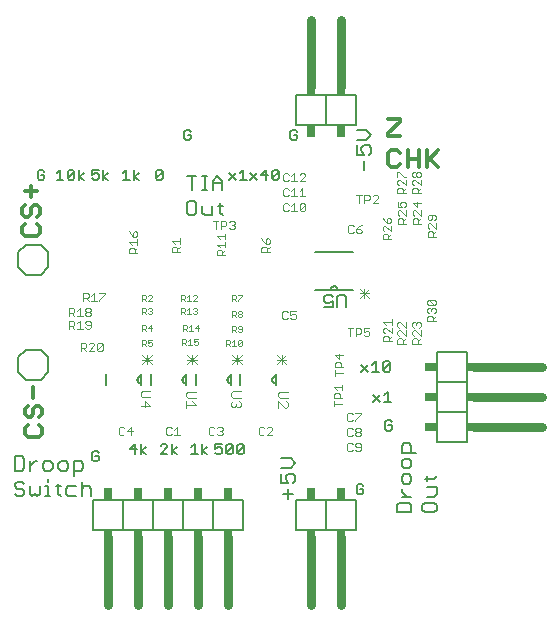
<source format=gto>
G75*
%MOIN*%
%OFA0B0*%
%FSLAX25Y25*%
%IPPOS*%
%LPD*%
%AMOC8*
5,1,8,0,0,1.08239X$1,22.5*
%
%ADD10C,0.00800*%
%ADD11C,0.00600*%
%ADD12C,0.01300*%
%ADD13C,0.00300*%
%ADD14C,0.00500*%
%ADD15C,0.03000*%
%ADD16R,0.03000X0.02000*%
%ADD17R,0.03000X0.04000*%
%ADD18C,0.00200*%
%ADD19C,0.00400*%
%ADD20R,0.02000X0.03000*%
%ADD21R,0.04000X0.03000*%
D10*
X0073397Y0072613D02*
X0072597Y0073414D01*
X0073397Y0072613D02*
X0074999Y0072613D01*
X0075799Y0073414D01*
X0075799Y0074214D01*
X0074999Y0075015D01*
X0073397Y0075015D01*
X0072597Y0075816D01*
X0072597Y0076617D01*
X0073397Y0077417D01*
X0074999Y0077417D01*
X0075799Y0076617D01*
X0077753Y0075816D02*
X0077753Y0073414D01*
X0078554Y0072613D01*
X0079354Y0073414D01*
X0080155Y0072613D01*
X0080956Y0073414D01*
X0080956Y0075816D01*
X0082909Y0075816D02*
X0083710Y0075816D01*
X0083710Y0072613D01*
X0082909Y0072613D02*
X0084511Y0072613D01*
X0087148Y0073414D02*
X0087148Y0076617D01*
X0086347Y0075816D02*
X0087948Y0075816D01*
X0089785Y0075015D02*
X0089785Y0073414D01*
X0090585Y0072613D01*
X0092987Y0072613D01*
X0094941Y0072613D02*
X0094941Y0077417D01*
X0095742Y0075816D02*
X0094941Y0075015D01*
X0095742Y0075816D02*
X0097343Y0075816D01*
X0098144Y0075015D01*
X0098144Y0072613D01*
X0092987Y0075816D02*
X0090585Y0075816D01*
X0089785Y0075015D01*
X0087948Y0072613D02*
X0087148Y0073414D01*
X0083710Y0077417D02*
X0083710Y0078218D01*
X0084452Y0081013D02*
X0085253Y0081814D01*
X0085253Y0083415D01*
X0084452Y0084216D01*
X0082851Y0084216D01*
X0082050Y0083415D01*
X0082050Y0081814D01*
X0082851Y0081013D01*
X0084452Y0081013D01*
X0087206Y0081814D02*
X0087206Y0083415D01*
X0088007Y0084216D01*
X0089608Y0084216D01*
X0090409Y0083415D01*
X0090409Y0081814D01*
X0089608Y0081013D01*
X0088007Y0081013D01*
X0087206Y0081814D01*
X0092363Y0081013D02*
X0094765Y0081013D01*
X0095565Y0081814D01*
X0095565Y0083415D01*
X0094765Y0084216D01*
X0092363Y0084216D01*
X0092363Y0079412D01*
X0080155Y0084216D02*
X0079354Y0084216D01*
X0077753Y0082614D01*
X0077753Y0081013D02*
X0077753Y0084216D01*
X0075799Y0085017D02*
X0074999Y0085817D01*
X0072597Y0085817D01*
X0072597Y0081013D01*
X0074999Y0081013D01*
X0075799Y0081814D01*
X0075799Y0085017D01*
X0161422Y0085168D02*
X0164625Y0085168D01*
X0166227Y0083567D01*
X0164625Y0081965D01*
X0161422Y0081965D01*
X0161422Y0080012D02*
X0161422Y0076809D01*
X0163824Y0076809D01*
X0163024Y0078410D01*
X0163024Y0079211D01*
X0163824Y0080012D01*
X0165426Y0080012D01*
X0166227Y0079211D01*
X0166227Y0077610D01*
X0165426Y0076809D01*
X0163824Y0074855D02*
X0163824Y0071652D01*
X0162223Y0073254D02*
X0165426Y0073254D01*
X0200093Y0069604D02*
X0200093Y0067202D01*
X0204897Y0067202D01*
X0204897Y0069604D01*
X0204097Y0070405D01*
X0200894Y0070405D01*
X0200093Y0069604D01*
X0201695Y0072359D02*
X0204897Y0072359D01*
X0203296Y0072359D02*
X0201695Y0073960D01*
X0201695Y0074761D01*
X0202495Y0076656D02*
X0204097Y0076656D01*
X0204897Y0077456D01*
X0204897Y0079058D01*
X0204097Y0079858D01*
X0202495Y0079858D01*
X0201695Y0079058D01*
X0201695Y0077456D01*
X0202495Y0076656D01*
X0202495Y0081812D02*
X0204097Y0081812D01*
X0204897Y0082613D01*
X0204897Y0084214D01*
X0204097Y0085015D01*
X0202495Y0085015D01*
X0201695Y0084214D01*
X0201695Y0082613D01*
X0202495Y0081812D01*
X0201695Y0086969D02*
X0201695Y0089371D01*
X0202495Y0090171D01*
X0204097Y0090171D01*
X0204897Y0089371D01*
X0204897Y0086969D01*
X0206499Y0086969D02*
X0201695Y0086969D01*
X0210095Y0079116D02*
X0210095Y0077515D01*
X0209294Y0078316D02*
X0212497Y0078316D01*
X0213297Y0079116D01*
X0213297Y0075561D02*
X0210095Y0075561D01*
X0210095Y0072359D02*
X0212497Y0072359D01*
X0213297Y0073159D01*
X0213297Y0075561D01*
X0212497Y0070405D02*
X0209294Y0070405D01*
X0208493Y0069604D01*
X0208493Y0068003D01*
X0209294Y0067202D01*
X0212497Y0067202D01*
X0213297Y0068003D01*
X0213297Y0069604D01*
X0212497Y0070405D01*
X0141933Y0166141D02*
X0141132Y0166941D01*
X0141132Y0170144D01*
X0140331Y0169343D02*
X0141933Y0169343D01*
X0138378Y0169343D02*
X0138378Y0166141D01*
X0135976Y0166141D01*
X0135175Y0166941D01*
X0135175Y0169343D01*
X0133221Y0170144D02*
X0132421Y0170945D01*
X0130819Y0170945D01*
X0130019Y0170144D01*
X0130019Y0166941D01*
X0130819Y0166141D01*
X0132421Y0166141D01*
X0133221Y0166941D01*
X0133221Y0170144D01*
X0131620Y0174541D02*
X0131620Y0179345D01*
X0130019Y0179345D02*
X0133221Y0179345D01*
X0135175Y0179345D02*
X0136776Y0179345D01*
X0135976Y0179345D02*
X0135976Y0174541D01*
X0136776Y0174541D02*
X0135175Y0174541D01*
X0138613Y0174541D02*
X0138613Y0177743D01*
X0140214Y0179345D01*
X0141815Y0177743D01*
X0141815Y0174541D01*
X0141815Y0176943D02*
X0138613Y0176943D01*
X0186619Y0186258D02*
X0189021Y0186258D01*
X0188221Y0187859D01*
X0188221Y0188660D01*
X0189021Y0189460D01*
X0190623Y0189460D01*
X0191423Y0188660D01*
X0191423Y0187058D01*
X0190623Y0186258D01*
X0189021Y0184304D02*
X0189021Y0181101D01*
X0186619Y0186258D02*
X0186619Y0189460D01*
X0186619Y0191414D02*
X0189822Y0191414D01*
X0191423Y0193015D01*
X0189822Y0194617D01*
X0186619Y0194617D01*
D11*
X0186371Y0196371D02*
X0186371Y0206371D01*
X0176371Y0206371D01*
X0166371Y0206371D01*
X0166371Y0196371D01*
X0176371Y0196371D01*
X0186371Y0196371D01*
X0176371Y0196371D02*
X0176371Y0206371D01*
X0166266Y0194640D02*
X0165131Y0194640D01*
X0164564Y0194073D01*
X0164564Y0191805D01*
X0165131Y0191238D01*
X0166266Y0191238D01*
X0166833Y0191805D01*
X0166833Y0192939D01*
X0165699Y0192939D01*
X0166833Y0194073D02*
X0166266Y0194640D01*
X0160246Y0181255D02*
X0160813Y0180687D01*
X0158545Y0178419D01*
X0159112Y0177852D01*
X0160246Y0177852D01*
X0160813Y0178419D01*
X0160813Y0180687D01*
X0160246Y0181255D02*
X0159112Y0181255D01*
X0158545Y0180687D01*
X0158545Y0178419D01*
X0157130Y0179553D02*
X0154862Y0179553D01*
X0156563Y0181255D01*
X0156563Y0177852D01*
X0153447Y0177852D02*
X0151178Y0180120D01*
X0151178Y0177852D02*
X0153447Y0180120D01*
X0150044Y0177852D02*
X0147775Y0177852D01*
X0148909Y0177852D02*
X0148909Y0181255D01*
X0147775Y0180120D01*
X0146360Y0180120D02*
X0144092Y0177852D01*
X0144092Y0180120D02*
X0146360Y0177852D01*
X0131400Y0191805D02*
X0131400Y0192939D01*
X0130266Y0192939D01*
X0131400Y0194073D02*
X0130833Y0194640D01*
X0129698Y0194640D01*
X0129131Y0194073D01*
X0129131Y0191805D01*
X0129698Y0191238D01*
X0130833Y0191238D01*
X0131400Y0191805D01*
X0121384Y0181255D02*
X0120250Y0181255D01*
X0119682Y0180687D01*
X0119682Y0178419D01*
X0121951Y0180687D01*
X0121951Y0178419D01*
X0121384Y0177852D01*
X0120250Y0177852D01*
X0119682Y0178419D01*
X0121951Y0180687D02*
X0121384Y0181255D01*
X0114043Y0180120D02*
X0112342Y0178986D01*
X0114043Y0177852D01*
X0112342Y0177852D02*
X0112342Y0181255D01*
X0109793Y0181255D02*
X0109793Y0177852D01*
X0108659Y0177852D02*
X0110927Y0177852D01*
X0108659Y0180120D02*
X0109793Y0181255D01*
X0103807Y0180120D02*
X0102106Y0178986D01*
X0103807Y0177852D01*
X0102106Y0177852D02*
X0102106Y0181255D01*
X0100691Y0181255D02*
X0098423Y0181255D01*
X0098423Y0179553D01*
X0099557Y0180120D01*
X0100124Y0180120D01*
X0100691Y0179553D01*
X0100691Y0178419D01*
X0100124Y0177852D01*
X0098990Y0177852D01*
X0098423Y0178419D01*
X0095679Y0177852D02*
X0093978Y0178986D01*
X0095679Y0180120D01*
X0093978Y0181255D02*
X0093978Y0177852D01*
X0092563Y0178419D02*
X0092563Y0180687D01*
X0090295Y0178419D01*
X0090862Y0177852D01*
X0091996Y0177852D01*
X0092563Y0178419D01*
X0090295Y0178419D02*
X0090295Y0180687D01*
X0090862Y0181255D01*
X0091996Y0181255D01*
X0092563Y0180687D01*
X0088880Y0177852D02*
X0086612Y0177852D01*
X0087746Y0177852D02*
X0087746Y0181255D01*
X0086612Y0180120D01*
X0082581Y0179553D02*
X0081447Y0179553D01*
X0082581Y0179553D02*
X0082581Y0178419D01*
X0082014Y0177852D01*
X0080879Y0177852D01*
X0080312Y0178419D01*
X0080312Y0180687D01*
X0080879Y0181255D01*
X0082014Y0181255D01*
X0082581Y0180687D01*
X0081371Y0156371D02*
X0076371Y0156371D01*
X0073871Y0153871D01*
X0073871Y0148871D01*
X0076371Y0146371D01*
X0081371Y0146371D01*
X0083871Y0148871D01*
X0083871Y0153871D01*
X0081371Y0156371D01*
X0081371Y0121371D02*
X0076371Y0121371D01*
X0073871Y0118871D01*
X0073871Y0113871D01*
X0076371Y0111371D01*
X0081371Y0111371D01*
X0083871Y0113871D01*
X0083871Y0118871D01*
X0081371Y0121371D01*
X0102971Y0113271D02*
X0102971Y0109471D01*
X0114771Y0109471D02*
X0114771Y0110171D01*
X0114771Y0112571D01*
X0114771Y0113271D01*
X0114771Y0112571D02*
X0114702Y0112569D01*
X0114634Y0112563D01*
X0114566Y0112553D01*
X0114499Y0112540D01*
X0114433Y0112522D01*
X0114368Y0112501D01*
X0114304Y0112476D01*
X0114242Y0112448D01*
X0114181Y0112416D01*
X0114122Y0112381D01*
X0114066Y0112342D01*
X0114011Y0112300D01*
X0113960Y0112255D01*
X0113910Y0112207D01*
X0113864Y0112157D01*
X0113821Y0112104D01*
X0113780Y0112048D01*
X0113743Y0111991D01*
X0113710Y0111931D01*
X0113679Y0111869D01*
X0113653Y0111806D01*
X0113630Y0111742D01*
X0113610Y0111676D01*
X0113595Y0111609D01*
X0113583Y0111542D01*
X0113575Y0111474D01*
X0113571Y0111405D01*
X0113571Y0111337D01*
X0113575Y0111268D01*
X0113583Y0111200D01*
X0113595Y0111133D01*
X0113610Y0111066D01*
X0113630Y0111000D01*
X0113653Y0110936D01*
X0113679Y0110873D01*
X0113710Y0110811D01*
X0113743Y0110751D01*
X0113780Y0110694D01*
X0113821Y0110638D01*
X0113864Y0110585D01*
X0113910Y0110535D01*
X0113960Y0110487D01*
X0114011Y0110442D01*
X0114066Y0110400D01*
X0114122Y0110361D01*
X0114181Y0110326D01*
X0114242Y0110294D01*
X0114304Y0110266D01*
X0114368Y0110241D01*
X0114433Y0110220D01*
X0114499Y0110202D01*
X0114566Y0110189D01*
X0114634Y0110179D01*
X0114702Y0110173D01*
X0114771Y0110171D01*
X0117971Y0109471D02*
X0117971Y0113271D01*
X0129771Y0113271D02*
X0129771Y0112571D01*
X0129771Y0110171D01*
X0129771Y0109471D01*
X0129771Y0110171D02*
X0129702Y0110173D01*
X0129634Y0110179D01*
X0129566Y0110189D01*
X0129499Y0110202D01*
X0129433Y0110220D01*
X0129368Y0110241D01*
X0129304Y0110266D01*
X0129242Y0110294D01*
X0129181Y0110326D01*
X0129122Y0110361D01*
X0129066Y0110400D01*
X0129011Y0110442D01*
X0128960Y0110487D01*
X0128910Y0110535D01*
X0128864Y0110585D01*
X0128821Y0110638D01*
X0128780Y0110694D01*
X0128743Y0110751D01*
X0128710Y0110811D01*
X0128679Y0110873D01*
X0128653Y0110936D01*
X0128630Y0111000D01*
X0128610Y0111066D01*
X0128595Y0111133D01*
X0128583Y0111200D01*
X0128575Y0111268D01*
X0128571Y0111337D01*
X0128571Y0111405D01*
X0128575Y0111474D01*
X0128583Y0111542D01*
X0128595Y0111609D01*
X0128610Y0111676D01*
X0128630Y0111742D01*
X0128653Y0111806D01*
X0128679Y0111869D01*
X0128710Y0111931D01*
X0128743Y0111991D01*
X0128780Y0112048D01*
X0128821Y0112104D01*
X0128864Y0112157D01*
X0128910Y0112207D01*
X0128960Y0112255D01*
X0129011Y0112300D01*
X0129066Y0112342D01*
X0129122Y0112381D01*
X0129181Y0112416D01*
X0129242Y0112448D01*
X0129304Y0112476D01*
X0129368Y0112501D01*
X0129433Y0112522D01*
X0129499Y0112540D01*
X0129566Y0112553D01*
X0129634Y0112563D01*
X0129702Y0112569D01*
X0129771Y0112571D01*
X0132971Y0113271D02*
X0132971Y0109471D01*
X0144771Y0109471D02*
X0144771Y0110171D01*
X0144771Y0112571D01*
X0144771Y0113271D01*
X0144771Y0112571D02*
X0144702Y0112569D01*
X0144634Y0112563D01*
X0144566Y0112553D01*
X0144499Y0112540D01*
X0144433Y0112522D01*
X0144368Y0112501D01*
X0144304Y0112476D01*
X0144242Y0112448D01*
X0144181Y0112416D01*
X0144122Y0112381D01*
X0144066Y0112342D01*
X0144011Y0112300D01*
X0143960Y0112255D01*
X0143910Y0112207D01*
X0143864Y0112157D01*
X0143821Y0112104D01*
X0143780Y0112048D01*
X0143743Y0111991D01*
X0143710Y0111931D01*
X0143679Y0111869D01*
X0143653Y0111806D01*
X0143630Y0111742D01*
X0143610Y0111676D01*
X0143595Y0111609D01*
X0143583Y0111542D01*
X0143575Y0111474D01*
X0143571Y0111405D01*
X0143571Y0111337D01*
X0143575Y0111268D01*
X0143583Y0111200D01*
X0143595Y0111133D01*
X0143610Y0111066D01*
X0143630Y0111000D01*
X0143653Y0110936D01*
X0143679Y0110873D01*
X0143710Y0110811D01*
X0143743Y0110751D01*
X0143780Y0110694D01*
X0143821Y0110638D01*
X0143864Y0110585D01*
X0143910Y0110535D01*
X0143960Y0110487D01*
X0144011Y0110442D01*
X0144066Y0110400D01*
X0144122Y0110361D01*
X0144181Y0110326D01*
X0144242Y0110294D01*
X0144304Y0110266D01*
X0144368Y0110241D01*
X0144433Y0110220D01*
X0144499Y0110202D01*
X0144566Y0110189D01*
X0144634Y0110179D01*
X0144702Y0110173D01*
X0144771Y0110171D01*
X0147833Y0109471D02*
X0147833Y0113271D01*
X0159633Y0113271D02*
X0159633Y0112571D01*
X0159633Y0110171D01*
X0159633Y0109471D01*
X0159633Y0110171D02*
X0159564Y0110173D01*
X0159496Y0110179D01*
X0159428Y0110189D01*
X0159361Y0110202D01*
X0159295Y0110220D01*
X0159230Y0110241D01*
X0159166Y0110266D01*
X0159104Y0110294D01*
X0159043Y0110326D01*
X0158984Y0110361D01*
X0158928Y0110400D01*
X0158873Y0110442D01*
X0158822Y0110487D01*
X0158772Y0110535D01*
X0158726Y0110585D01*
X0158683Y0110638D01*
X0158642Y0110694D01*
X0158605Y0110751D01*
X0158572Y0110811D01*
X0158541Y0110873D01*
X0158515Y0110936D01*
X0158492Y0111000D01*
X0158472Y0111066D01*
X0158457Y0111133D01*
X0158445Y0111200D01*
X0158437Y0111268D01*
X0158433Y0111337D01*
X0158433Y0111405D01*
X0158437Y0111474D01*
X0158445Y0111542D01*
X0158457Y0111609D01*
X0158472Y0111676D01*
X0158492Y0111742D01*
X0158515Y0111806D01*
X0158541Y0111869D01*
X0158572Y0111931D01*
X0158605Y0111991D01*
X0158642Y0112048D01*
X0158683Y0112104D01*
X0158726Y0112157D01*
X0158772Y0112207D01*
X0158822Y0112255D01*
X0158873Y0112300D01*
X0158928Y0112342D01*
X0158984Y0112381D01*
X0159043Y0112416D01*
X0159104Y0112448D01*
X0159166Y0112476D01*
X0159230Y0112501D01*
X0159295Y0112522D01*
X0159361Y0112540D01*
X0159428Y0112553D01*
X0159496Y0112563D01*
X0159564Y0112569D01*
X0159633Y0112571D01*
X0148435Y0089916D02*
X0147301Y0089916D01*
X0146734Y0089349D01*
X0146734Y0087080D01*
X0149002Y0089349D01*
X0149002Y0087080D01*
X0148435Y0086513D01*
X0147301Y0086513D01*
X0146734Y0087080D01*
X0145319Y0087080D02*
X0144752Y0086513D01*
X0143618Y0086513D01*
X0143051Y0087080D01*
X0145319Y0089349D01*
X0145319Y0087080D01*
X0143051Y0087080D02*
X0143051Y0089349D01*
X0143618Y0089916D01*
X0144752Y0089916D01*
X0145319Y0089349D01*
X0141636Y0089916D02*
X0139367Y0089916D01*
X0139367Y0088215D01*
X0140502Y0088782D01*
X0141069Y0088782D01*
X0141636Y0088215D01*
X0141636Y0087080D01*
X0141069Y0086513D01*
X0139935Y0086513D01*
X0139367Y0087080D01*
X0136878Y0086513D02*
X0135177Y0087647D01*
X0136878Y0088782D01*
X0135177Y0089916D02*
X0135177Y0086513D01*
X0133762Y0086513D02*
X0131493Y0086513D01*
X0132628Y0086513D02*
X0132628Y0089916D01*
X0131493Y0088782D01*
X0126642Y0088782D02*
X0124940Y0087647D01*
X0126642Y0086513D01*
X0124940Y0086513D02*
X0124940Y0089916D01*
X0123526Y0089349D02*
X0122959Y0089916D01*
X0121824Y0089916D01*
X0121257Y0089349D01*
X0123526Y0089349D02*
X0123526Y0088782D01*
X0121257Y0086513D01*
X0123526Y0086513D01*
X0116406Y0086513D02*
X0114704Y0087647D01*
X0116406Y0088782D01*
X0114704Y0089916D02*
X0114704Y0086513D01*
X0112722Y0086513D02*
X0112722Y0089916D01*
X0111021Y0088215D01*
X0113290Y0088215D01*
X0100691Y0086987D02*
X0100124Y0087554D01*
X0098990Y0087554D01*
X0098423Y0086987D01*
X0098423Y0084718D01*
X0098990Y0084151D01*
X0100124Y0084151D01*
X0100691Y0084718D01*
X0100691Y0085852D01*
X0099557Y0085852D01*
X0098871Y0071371D02*
X0098871Y0061371D01*
X0108871Y0061371D01*
X0118871Y0061371D01*
X0128871Y0061371D01*
X0138871Y0061371D01*
X0148871Y0061371D01*
X0148871Y0071371D01*
X0138871Y0071371D01*
X0128871Y0071371D01*
X0118871Y0071371D01*
X0108871Y0071371D01*
X0098871Y0071371D01*
X0108871Y0071371D02*
X0108871Y0061371D01*
X0118871Y0061371D02*
X0118871Y0071371D01*
X0128871Y0071371D02*
X0128871Y0061371D01*
X0138871Y0061371D02*
X0138871Y0071371D01*
X0149002Y0089349D02*
X0148435Y0089916D01*
X0166371Y0071371D02*
X0166371Y0061371D01*
X0176371Y0061371D01*
X0186371Y0061371D01*
X0186371Y0071371D01*
X0176371Y0071371D01*
X0166371Y0071371D01*
X0176371Y0071371D02*
X0176371Y0061371D01*
X0187179Y0073127D02*
X0188313Y0073127D01*
X0188880Y0073694D01*
X0188880Y0074829D01*
X0187746Y0074829D01*
X0188880Y0075963D02*
X0188313Y0076530D01*
X0187179Y0076530D01*
X0186612Y0075963D01*
X0186612Y0073694D01*
X0187179Y0073127D01*
X0196628Y0094387D02*
X0197762Y0094387D01*
X0198329Y0094954D01*
X0198329Y0096089D01*
X0197195Y0096089D01*
X0198329Y0097223D02*
X0197762Y0097790D01*
X0196628Y0097790D01*
X0196060Y0097223D01*
X0196060Y0094954D01*
X0196628Y0094387D01*
X0196941Y0103836D02*
X0196941Y0107239D01*
X0195807Y0106105D01*
X0194392Y0106105D02*
X0192123Y0103836D01*
X0192123Y0106105D02*
X0194392Y0103836D01*
X0195807Y0103836D02*
X0198075Y0103836D01*
X0197254Y0114072D02*
X0196120Y0114072D01*
X0195553Y0114639D01*
X0197821Y0116908D01*
X0197821Y0114639D01*
X0197254Y0114072D01*
X0195553Y0114639D02*
X0195553Y0116908D01*
X0196120Y0117475D01*
X0197254Y0117475D01*
X0197821Y0116908D01*
X0194138Y0114072D02*
X0191870Y0114072D01*
X0193004Y0114072D02*
X0193004Y0117475D01*
X0191870Y0116341D01*
X0190455Y0116341D02*
X0188186Y0114072D01*
X0188186Y0116341D02*
X0190455Y0114072D01*
X0213398Y0110623D02*
X0213398Y0100623D01*
X0213398Y0090623D01*
X0223398Y0090623D01*
X0223398Y0100623D01*
X0223398Y0110623D01*
X0223398Y0120623D01*
X0213398Y0120623D01*
X0213398Y0110623D01*
X0223398Y0110623D01*
X0223398Y0100623D02*
X0213398Y0100623D01*
X0185421Y0141321D02*
X0180321Y0141321D01*
X0177921Y0141321D01*
X0172821Y0141321D01*
X0177921Y0141321D02*
X0177923Y0141390D01*
X0177929Y0141458D01*
X0177939Y0141526D01*
X0177952Y0141593D01*
X0177970Y0141659D01*
X0177991Y0141724D01*
X0178016Y0141788D01*
X0178044Y0141850D01*
X0178076Y0141911D01*
X0178111Y0141970D01*
X0178150Y0142026D01*
X0178192Y0142081D01*
X0178237Y0142132D01*
X0178285Y0142182D01*
X0178335Y0142228D01*
X0178388Y0142271D01*
X0178444Y0142312D01*
X0178501Y0142349D01*
X0178561Y0142382D01*
X0178623Y0142413D01*
X0178686Y0142439D01*
X0178750Y0142462D01*
X0178816Y0142482D01*
X0178883Y0142497D01*
X0178950Y0142509D01*
X0179018Y0142517D01*
X0179087Y0142521D01*
X0179155Y0142521D01*
X0179224Y0142517D01*
X0179292Y0142509D01*
X0179359Y0142497D01*
X0179426Y0142482D01*
X0179492Y0142462D01*
X0179556Y0142439D01*
X0179619Y0142413D01*
X0179681Y0142382D01*
X0179741Y0142349D01*
X0179798Y0142312D01*
X0179854Y0142271D01*
X0179907Y0142228D01*
X0179957Y0142182D01*
X0180005Y0142132D01*
X0180050Y0142081D01*
X0180092Y0142026D01*
X0180131Y0141970D01*
X0180166Y0141911D01*
X0180198Y0141850D01*
X0180226Y0141788D01*
X0180251Y0141724D01*
X0180272Y0141659D01*
X0180290Y0141593D01*
X0180303Y0141526D01*
X0180313Y0141458D01*
X0180319Y0141390D01*
X0180321Y0141321D01*
X0185421Y0153921D02*
X0172821Y0153921D01*
D12*
X0198149Y0182139D02*
X0200050Y0182139D01*
X0201001Y0183090D01*
X0203643Y0182139D02*
X0203643Y0187844D01*
X0201001Y0186893D02*
X0200050Y0187844D01*
X0198149Y0187844D01*
X0197198Y0186893D01*
X0197198Y0183090D01*
X0198149Y0182139D01*
X0203643Y0184991D02*
X0207447Y0184991D01*
X0210089Y0184040D02*
X0213892Y0187844D01*
X0211040Y0184991D02*
X0213892Y0182139D01*
X0210089Y0182139D02*
X0210089Y0187844D01*
X0207447Y0187844D02*
X0207447Y0182139D01*
X0201001Y0192639D02*
X0197198Y0192639D01*
X0197198Y0193590D01*
X0201001Y0197393D01*
X0201001Y0198344D01*
X0197198Y0198344D01*
X0080937Y0168602D02*
X0080937Y0166700D01*
X0079986Y0165750D01*
X0078085Y0166700D02*
X0078085Y0168602D01*
X0079036Y0169553D01*
X0079986Y0169553D01*
X0080937Y0168602D01*
X0078085Y0166700D02*
X0077134Y0165750D01*
X0076183Y0165750D01*
X0075232Y0166700D01*
X0075232Y0168602D01*
X0076183Y0169553D01*
X0078085Y0172195D02*
X0078085Y0175998D01*
X0079986Y0174097D02*
X0076183Y0174097D01*
X0076183Y0163107D02*
X0075232Y0162157D01*
X0075232Y0160255D01*
X0076183Y0159304D01*
X0079986Y0159304D01*
X0080937Y0160255D01*
X0080937Y0162157D01*
X0079986Y0163107D01*
X0078872Y0109069D02*
X0078872Y0105266D01*
X0079823Y0102624D02*
X0080774Y0102624D01*
X0081725Y0101673D01*
X0081725Y0099771D01*
X0080774Y0098820D01*
X0078872Y0099771D02*
X0078872Y0101673D01*
X0079823Y0102624D01*
X0076970Y0102624D02*
X0076020Y0101673D01*
X0076020Y0099771D01*
X0076970Y0098820D01*
X0077921Y0098820D01*
X0078872Y0099771D01*
X0076970Y0096178D02*
X0076020Y0095227D01*
X0076020Y0093326D01*
X0076970Y0092375D01*
X0080774Y0092375D01*
X0081725Y0093326D01*
X0081725Y0095227D01*
X0080774Y0096178D01*
D13*
X0115205Y0116485D02*
X0118341Y0119621D01*
X0116773Y0119621D02*
X0116773Y0116485D01*
X0118341Y0116485D02*
X0115205Y0119621D01*
X0115205Y0118053D02*
X0118341Y0118053D01*
X0130205Y0118053D02*
X0133341Y0118053D01*
X0133341Y0119621D02*
X0130205Y0116485D01*
X0131773Y0116485D02*
X0131773Y0119621D01*
X0130205Y0119621D02*
X0133341Y0116485D01*
X0145205Y0116485D02*
X0148341Y0119621D01*
X0146773Y0119621D02*
X0146773Y0116485D01*
X0148341Y0116485D02*
X0145205Y0119621D01*
X0145205Y0118053D02*
X0148341Y0118053D01*
X0160067Y0118053D02*
X0163203Y0118053D01*
X0163203Y0119621D02*
X0160067Y0116485D01*
X0161635Y0116485D02*
X0161635Y0119621D01*
X0160067Y0119621D02*
X0163203Y0116485D01*
X0179524Y0116794D02*
X0179967Y0117237D01*
X0180852Y0117237D01*
X0181294Y0116794D01*
X0181294Y0115467D01*
X0182179Y0115467D02*
X0179524Y0115467D01*
X0179524Y0116794D01*
X0180852Y0118186D02*
X0180852Y0119956D01*
X0182179Y0119513D02*
X0179524Y0119513D01*
X0180852Y0118186D01*
X0179524Y0114518D02*
X0179524Y0112748D01*
X0179524Y0113633D02*
X0182179Y0113633D01*
X0181847Y0109673D02*
X0181847Y0107903D01*
X0181847Y0108788D02*
X0179192Y0108788D01*
X0180077Y0107903D01*
X0180519Y0106954D02*
X0180962Y0106512D01*
X0180962Y0105184D01*
X0181847Y0105184D02*
X0179192Y0105184D01*
X0179192Y0106512D01*
X0179634Y0106954D01*
X0180519Y0106954D01*
X0179192Y0104235D02*
X0179192Y0102465D01*
X0179192Y0103350D02*
X0181847Y0103350D01*
X0184499Y0125818D02*
X0184499Y0128473D01*
X0183614Y0128473D02*
X0185384Y0128473D01*
X0186333Y0128473D02*
X0186333Y0125818D01*
X0186333Y0126703D02*
X0187660Y0126703D01*
X0188103Y0127145D01*
X0188103Y0128030D01*
X0187660Y0128473D01*
X0186333Y0128473D01*
X0189052Y0128473D02*
X0189052Y0127145D01*
X0189937Y0127588D01*
X0190379Y0127588D01*
X0190822Y0127145D01*
X0190822Y0126260D01*
X0190379Y0125818D01*
X0189494Y0125818D01*
X0189052Y0126260D01*
X0189052Y0128473D02*
X0190822Y0128473D01*
X0190771Y0138551D02*
X0187635Y0141687D01*
X0189203Y0141687D02*
X0189203Y0138551D01*
X0187635Y0138551D02*
X0190771Y0141687D01*
X0190771Y0140119D02*
X0187635Y0140119D01*
X0187406Y0170284D02*
X0187406Y0172939D01*
X0186521Y0172939D02*
X0188291Y0172939D01*
X0189239Y0172939D02*
X0190567Y0172939D01*
X0191009Y0172497D01*
X0191009Y0171612D01*
X0190567Y0171169D01*
X0189239Y0171169D01*
X0189239Y0170284D02*
X0189239Y0172939D01*
X0191958Y0172497D02*
X0192401Y0172939D01*
X0193286Y0172939D01*
X0193728Y0172497D01*
X0193728Y0172054D01*
X0191958Y0170284D01*
X0193728Y0170284D01*
X0145933Y0163796D02*
X0145933Y0163354D01*
X0145491Y0162911D01*
X0145933Y0162469D01*
X0145933Y0162026D01*
X0145491Y0161584D01*
X0144606Y0161584D01*
X0144163Y0162026D01*
X0145048Y0162911D02*
X0145491Y0162911D01*
X0145933Y0163796D02*
X0145491Y0164239D01*
X0144606Y0164239D01*
X0144163Y0163796D01*
X0143214Y0163796D02*
X0143214Y0162911D01*
X0142772Y0162469D01*
X0141444Y0162469D01*
X0141444Y0161584D02*
X0141444Y0164239D01*
X0142772Y0164239D01*
X0143214Y0163796D01*
X0140495Y0164239D02*
X0138725Y0164239D01*
X0139610Y0164239D02*
X0139610Y0161584D01*
D14*
X0175853Y0139028D02*
X0175853Y0137619D01*
X0176558Y0136914D01*
X0177262Y0136914D01*
X0178672Y0137619D01*
X0178672Y0135505D01*
X0175853Y0135505D01*
X0180203Y0135505D02*
X0180203Y0139028D01*
X0180908Y0139733D01*
X0182317Y0139733D01*
X0183022Y0139028D01*
X0183022Y0135505D01*
X0178672Y0139028D02*
X0177967Y0139733D01*
X0176558Y0139733D01*
X0175853Y0139028D01*
D15*
X0225898Y0115623D02*
X0248398Y0115623D01*
X0248398Y0105623D02*
X0225898Y0105623D01*
X0225898Y0095623D02*
X0248398Y0095623D01*
X0181371Y0058871D02*
X0181371Y0036371D01*
X0171371Y0036371D02*
X0171371Y0058871D01*
X0143871Y0058871D02*
X0143871Y0036371D01*
X0133871Y0036371D02*
X0133871Y0058871D01*
X0123871Y0058871D02*
X0123871Y0036371D01*
X0113871Y0036371D02*
X0113871Y0058871D01*
X0103871Y0058871D02*
X0103871Y0036371D01*
X0171371Y0208871D02*
X0171371Y0231371D01*
X0181371Y0231371D02*
X0181371Y0208871D01*
D16*
X0181371Y0207371D03*
X0171371Y0207371D03*
X0171371Y0060371D03*
X0181371Y0060371D03*
X0143871Y0060371D03*
X0133871Y0060371D03*
X0123871Y0060371D03*
X0113871Y0060371D03*
X0103871Y0060371D03*
D17*
X0103871Y0073371D03*
X0113871Y0073371D03*
X0123871Y0073371D03*
X0133871Y0073371D03*
X0143871Y0073371D03*
X0171371Y0073371D03*
X0181371Y0073371D03*
X0181371Y0194371D03*
X0171371Y0194371D03*
D18*
X0168968Y0180210D02*
X0168049Y0180210D01*
X0167590Y0179751D01*
X0168968Y0180210D02*
X0169427Y0179751D01*
X0169427Y0179292D01*
X0167590Y0177455D01*
X0169427Y0177455D01*
X0168509Y0175210D02*
X0167590Y0174292D01*
X0168509Y0175210D02*
X0168509Y0172455D01*
X0169427Y0172455D02*
X0167590Y0172455D01*
X0166708Y0172455D02*
X0164871Y0172455D01*
X0165790Y0172455D02*
X0165790Y0175210D01*
X0164871Y0174292D01*
X0163989Y0174751D02*
X0163530Y0175210D01*
X0162612Y0175210D01*
X0162153Y0174751D01*
X0162153Y0172914D01*
X0162612Y0172455D01*
X0163530Y0172455D01*
X0163989Y0172914D01*
X0163530Y0170210D02*
X0162612Y0170210D01*
X0162153Y0169751D01*
X0162153Y0167914D01*
X0162612Y0167455D01*
X0163530Y0167455D01*
X0163989Y0167914D01*
X0164871Y0167455D02*
X0166708Y0167455D01*
X0165790Y0167455D02*
X0165790Y0170210D01*
X0164871Y0169292D01*
X0163989Y0169751D02*
X0163530Y0170210D01*
X0167590Y0169751D02*
X0167590Y0167914D01*
X0169427Y0169751D01*
X0169427Y0167914D01*
X0168968Y0167455D01*
X0168049Y0167455D01*
X0167590Y0167914D01*
X0167590Y0169751D02*
X0168049Y0170210D01*
X0168968Y0170210D01*
X0169427Y0169751D01*
X0166708Y0177455D02*
X0164871Y0177455D01*
X0165790Y0177455D02*
X0165790Y0180210D01*
X0164871Y0179292D01*
X0163989Y0179751D02*
X0163530Y0180210D01*
X0162612Y0180210D01*
X0162153Y0179751D01*
X0162153Y0177914D01*
X0162612Y0177455D01*
X0163530Y0177455D01*
X0163989Y0177914D01*
X0183783Y0162438D02*
X0183783Y0160601D01*
X0184242Y0160142D01*
X0185160Y0160142D01*
X0185620Y0160601D01*
X0186502Y0160601D02*
X0186502Y0161519D01*
X0187879Y0161519D01*
X0188338Y0161060D01*
X0188338Y0160601D01*
X0187879Y0160142D01*
X0186961Y0160142D01*
X0186502Y0160601D01*
X0186502Y0161519D02*
X0187420Y0162438D01*
X0188338Y0162897D01*
X0185620Y0162438D02*
X0185160Y0162897D01*
X0184242Y0162897D01*
X0183783Y0162438D01*
X0195281Y0162184D02*
X0195281Y0161266D01*
X0195740Y0160807D01*
X0195740Y0159924D02*
X0196659Y0159924D01*
X0197118Y0159465D01*
X0197118Y0158088D01*
X0197118Y0159006D02*
X0198036Y0159924D01*
X0198036Y0160807D02*
X0196200Y0162643D01*
X0195740Y0162643D01*
X0195281Y0162184D01*
X0196659Y0163525D02*
X0196659Y0164903D01*
X0197118Y0165362D01*
X0197577Y0165362D01*
X0198036Y0164903D01*
X0198036Y0163985D01*
X0197577Y0163525D01*
X0196659Y0163525D01*
X0195740Y0164444D01*
X0195281Y0165362D01*
X0198036Y0162643D02*
X0198036Y0160807D01*
X0195740Y0159924D02*
X0195281Y0159465D01*
X0195281Y0158088D01*
X0198036Y0158088D01*
X0200281Y0163324D02*
X0200281Y0164701D01*
X0200740Y0165161D01*
X0201659Y0165161D01*
X0202118Y0164701D01*
X0202118Y0163324D01*
X0202118Y0164242D02*
X0203036Y0165161D01*
X0203036Y0166043D02*
X0201200Y0167879D01*
X0200740Y0167879D01*
X0200281Y0167420D01*
X0200281Y0166502D01*
X0200740Y0166043D01*
X0203036Y0166043D02*
X0203036Y0167879D01*
X0202577Y0168762D02*
X0203036Y0169221D01*
X0203036Y0170139D01*
X0202577Y0170598D01*
X0201659Y0170598D01*
X0201200Y0170139D01*
X0201200Y0169680D01*
X0201659Y0168762D01*
X0200281Y0168762D01*
X0200281Y0170598D01*
X0200203Y0173469D02*
X0200203Y0174846D01*
X0200662Y0175305D01*
X0201580Y0175305D01*
X0202039Y0174846D01*
X0202039Y0173469D01*
X0202039Y0174387D02*
X0202958Y0175305D01*
X0202958Y0176187D02*
X0201121Y0178024D01*
X0200662Y0178024D01*
X0200203Y0177565D01*
X0200203Y0176647D01*
X0200662Y0176187D01*
X0202958Y0176187D02*
X0202958Y0178024D01*
X0202958Y0178906D02*
X0202498Y0178906D01*
X0200662Y0180743D01*
X0200203Y0180743D01*
X0200203Y0178906D01*
X0205203Y0179366D02*
X0205203Y0180284D01*
X0205662Y0180743D01*
X0206121Y0180743D01*
X0206580Y0180284D01*
X0206580Y0179366D01*
X0206121Y0178906D01*
X0205662Y0178906D01*
X0205203Y0179366D01*
X0206580Y0179366D02*
X0207039Y0178906D01*
X0207498Y0178906D01*
X0207958Y0179366D01*
X0207958Y0180284D01*
X0207498Y0180743D01*
X0207039Y0180743D01*
X0206580Y0180284D01*
X0206121Y0178024D02*
X0205662Y0178024D01*
X0205203Y0177565D01*
X0205203Y0176647D01*
X0205662Y0176187D01*
X0205662Y0175305D02*
X0206580Y0175305D01*
X0207039Y0174846D01*
X0207039Y0173469D01*
X0207039Y0174387D02*
X0207958Y0175305D01*
X0207958Y0176187D02*
X0206121Y0178024D01*
X0207958Y0178024D02*
X0207958Y0176187D01*
X0205662Y0175305D02*
X0205203Y0174846D01*
X0205203Y0173469D01*
X0207958Y0173469D01*
X0206659Y0170598D02*
X0206659Y0168762D01*
X0205281Y0170139D01*
X0208036Y0170139D01*
X0208036Y0167879D02*
X0208036Y0166043D01*
X0206200Y0167879D01*
X0205740Y0167879D01*
X0205281Y0167420D01*
X0205281Y0166502D01*
X0205740Y0166043D01*
X0205740Y0165161D02*
X0206659Y0165161D01*
X0207118Y0164701D01*
X0207118Y0163324D01*
X0207118Y0164242D02*
X0208036Y0165161D01*
X0208036Y0163324D02*
X0205281Y0163324D01*
X0205281Y0164701D01*
X0205740Y0165161D01*
X0210281Y0164910D02*
X0210740Y0164451D01*
X0211200Y0164451D01*
X0211659Y0164910D01*
X0211659Y0166287D01*
X0212577Y0166287D02*
X0210740Y0166287D01*
X0210281Y0165828D01*
X0210281Y0164910D01*
X0210740Y0163568D02*
X0210281Y0163109D01*
X0210281Y0162191D01*
X0210740Y0161732D01*
X0210740Y0160850D02*
X0211659Y0160850D01*
X0212118Y0160390D01*
X0212118Y0159013D01*
X0212118Y0159931D02*
X0213036Y0160850D01*
X0213036Y0161732D02*
X0211200Y0163568D01*
X0210740Y0163568D01*
X0212577Y0164451D02*
X0213036Y0164910D01*
X0213036Y0165828D01*
X0212577Y0166287D01*
X0213036Y0163568D02*
X0213036Y0161732D01*
X0210740Y0160850D02*
X0210281Y0160390D01*
X0210281Y0159013D01*
X0213036Y0159013D01*
X0203036Y0163324D02*
X0200281Y0163324D01*
X0200203Y0173469D02*
X0202958Y0173469D01*
X0210662Y0138046D02*
X0212498Y0136209D01*
X0212958Y0136669D01*
X0212958Y0137587D01*
X0212498Y0138046D01*
X0210662Y0138046D01*
X0210203Y0137587D01*
X0210203Y0136669D01*
X0210662Y0136209D01*
X0212498Y0136209D01*
X0212498Y0135327D02*
X0212958Y0134868D01*
X0212958Y0133950D01*
X0212498Y0133491D01*
X0212958Y0132609D02*
X0212039Y0131690D01*
X0212039Y0132149D02*
X0212039Y0130772D01*
X0212958Y0130772D02*
X0210203Y0130772D01*
X0210203Y0132149D01*
X0210662Y0132609D01*
X0211580Y0132609D01*
X0212039Y0132149D01*
X0210662Y0133491D02*
X0210203Y0133950D01*
X0210203Y0134868D01*
X0210662Y0135327D01*
X0211121Y0135327D01*
X0211580Y0134868D01*
X0212039Y0135327D01*
X0212498Y0135327D01*
X0211580Y0134868D02*
X0211580Y0134409D01*
X0207498Y0130546D02*
X0207958Y0130087D01*
X0207958Y0129169D01*
X0207498Y0128709D01*
X0207958Y0127827D02*
X0207958Y0125991D01*
X0206121Y0127827D01*
X0205662Y0127827D01*
X0205203Y0127368D01*
X0205203Y0126450D01*
X0205662Y0125991D01*
X0205662Y0125109D02*
X0206580Y0125109D01*
X0207039Y0124649D01*
X0207039Y0123272D01*
X0207039Y0124190D02*
X0207958Y0125109D01*
X0207958Y0123272D02*
X0205203Y0123272D01*
X0205203Y0124649D01*
X0205662Y0125109D01*
X0202958Y0125109D02*
X0202039Y0124190D01*
X0202039Y0124649D02*
X0202039Y0123272D01*
X0202958Y0123272D02*
X0200203Y0123272D01*
X0200203Y0124649D01*
X0200662Y0125109D01*
X0201580Y0125109D01*
X0202039Y0124649D01*
X0202958Y0125991D02*
X0201121Y0127827D01*
X0200662Y0127827D01*
X0200203Y0127368D01*
X0200203Y0126450D01*
X0200662Y0125991D01*
X0202958Y0125991D02*
X0202958Y0127827D01*
X0202958Y0128709D02*
X0201121Y0130546D01*
X0200662Y0130546D01*
X0200203Y0130087D01*
X0200203Y0129169D01*
X0200662Y0128709D01*
X0202958Y0128709D02*
X0202958Y0130546D01*
X0205203Y0130087D02*
X0205662Y0130546D01*
X0206121Y0130546D01*
X0206580Y0130087D01*
X0207039Y0130546D01*
X0207498Y0130546D01*
X0206580Y0130087D02*
X0206580Y0129628D01*
X0205662Y0128709D02*
X0205203Y0129169D01*
X0205203Y0130087D01*
X0198286Y0130509D02*
X0195531Y0130509D01*
X0196450Y0129590D01*
X0196450Y0128708D02*
X0195990Y0128708D01*
X0195531Y0128249D01*
X0195531Y0127331D01*
X0195990Y0126871D01*
X0195990Y0125989D02*
X0195531Y0125530D01*
X0195531Y0124153D01*
X0198286Y0124153D01*
X0197368Y0124153D02*
X0197368Y0125530D01*
X0196909Y0125989D01*
X0195990Y0125989D01*
X0197368Y0125071D02*
X0198286Y0125989D01*
X0198286Y0126871D02*
X0196450Y0128708D01*
X0198286Y0128708D02*
X0198286Y0126871D01*
X0198286Y0129590D02*
X0198286Y0131427D01*
X0166414Y0132018D02*
X0165955Y0131559D01*
X0165036Y0131559D01*
X0164577Y0132018D01*
X0163695Y0132018D02*
X0163236Y0131559D01*
X0162318Y0131559D01*
X0161858Y0132018D01*
X0161858Y0133855D01*
X0162318Y0134314D01*
X0163236Y0134314D01*
X0163695Y0133855D01*
X0164577Y0134314D02*
X0164577Y0132937D01*
X0165496Y0133396D01*
X0165955Y0133396D01*
X0166414Y0132937D01*
X0166414Y0132018D01*
X0166414Y0134314D02*
X0164577Y0134314D01*
X0148367Y0134055D02*
X0148367Y0133727D01*
X0148039Y0133399D01*
X0147383Y0133399D01*
X0147056Y0133727D01*
X0147056Y0134055D01*
X0147383Y0134383D01*
X0148039Y0134383D01*
X0148367Y0134055D01*
X0148039Y0133399D02*
X0148367Y0133071D01*
X0148367Y0132743D01*
X0148039Y0132415D01*
X0147383Y0132415D01*
X0147056Y0132743D01*
X0147056Y0133071D01*
X0147383Y0133399D01*
X0146373Y0133399D02*
X0146045Y0133071D01*
X0145062Y0133071D01*
X0145717Y0133071D02*
X0146373Y0132415D01*
X0146373Y0133399D02*
X0146373Y0134055D01*
X0146045Y0134383D01*
X0145062Y0134383D01*
X0145062Y0132415D01*
X0145062Y0129146D02*
X0146045Y0129146D01*
X0146373Y0128818D01*
X0146373Y0128163D01*
X0146045Y0127835D01*
X0145062Y0127835D01*
X0145717Y0127835D02*
X0146373Y0127179D01*
X0147056Y0127507D02*
X0147383Y0127179D01*
X0148039Y0127179D01*
X0148367Y0127507D01*
X0148367Y0128818D01*
X0148039Y0129146D01*
X0147383Y0129146D01*
X0147056Y0128818D01*
X0147056Y0128491D01*
X0147383Y0128163D01*
X0148367Y0128163D01*
X0148039Y0124697D02*
X0147383Y0124697D01*
X0147056Y0124370D01*
X0147056Y0123058D01*
X0148367Y0124370D01*
X0148367Y0123058D01*
X0148039Y0122730D01*
X0147383Y0122730D01*
X0147056Y0123058D01*
X0146373Y0122730D02*
X0145062Y0122730D01*
X0145717Y0122730D02*
X0145717Y0124697D01*
X0145062Y0124042D01*
X0144379Y0124370D02*
X0144379Y0123714D01*
X0144051Y0123386D01*
X0143068Y0123386D01*
X0143724Y0123386D02*
X0144379Y0122730D01*
X0143068Y0122730D02*
X0143068Y0124697D01*
X0144051Y0124697D01*
X0144379Y0124370D01*
X0145062Y0127179D02*
X0145062Y0129146D01*
X0148039Y0124697D02*
X0148367Y0124370D01*
X0147056Y0137652D02*
X0147056Y0137980D01*
X0148367Y0139291D01*
X0148367Y0139619D01*
X0147056Y0139619D01*
X0146373Y0139291D02*
X0146373Y0138635D01*
X0146045Y0138307D01*
X0145062Y0138307D01*
X0145062Y0137652D02*
X0145062Y0139619D01*
X0146045Y0139619D01*
X0146373Y0139291D01*
X0145717Y0138307D02*
X0146373Y0137652D01*
X0133308Y0137652D02*
X0131996Y0137652D01*
X0133308Y0138963D01*
X0133308Y0139291D01*
X0132980Y0139619D01*
X0132324Y0139619D01*
X0131996Y0139291D01*
X0130658Y0139619D02*
X0130658Y0137652D01*
X0130003Y0137652D02*
X0131314Y0137652D01*
X0130003Y0138963D02*
X0130658Y0139619D01*
X0129320Y0139291D02*
X0129320Y0138635D01*
X0128992Y0138307D01*
X0128009Y0138307D01*
X0128009Y0137652D02*
X0128009Y0139619D01*
X0128992Y0139619D01*
X0129320Y0139291D01*
X0128664Y0138307D02*
X0129320Y0137652D01*
X0128992Y0135170D02*
X0129320Y0134842D01*
X0129320Y0134186D01*
X0128992Y0133859D01*
X0128009Y0133859D01*
X0128664Y0133859D02*
X0129320Y0133203D01*
X0130003Y0133203D02*
X0131314Y0133203D01*
X0130658Y0133203D02*
X0130658Y0135170D01*
X0130003Y0134514D01*
X0128992Y0135170D02*
X0128009Y0135170D01*
X0128009Y0133203D01*
X0128796Y0129619D02*
X0129780Y0129619D01*
X0130108Y0129291D01*
X0130108Y0128635D01*
X0129780Y0128307D01*
X0128796Y0128307D01*
X0128796Y0127652D02*
X0128796Y0129619D01*
X0129452Y0128307D02*
X0130108Y0127652D01*
X0130790Y0127652D02*
X0132101Y0127652D01*
X0131446Y0127652D02*
X0131446Y0129619D01*
X0130790Y0128963D01*
X0132784Y0128635D02*
X0134095Y0128635D01*
X0133767Y0127652D02*
X0133767Y0129619D01*
X0132784Y0128635D01*
X0132980Y0133203D02*
X0132324Y0133203D01*
X0131996Y0133531D01*
X0132652Y0134186D02*
X0132980Y0134186D01*
X0133308Y0133859D01*
X0133308Y0133531D01*
X0132980Y0133203D01*
X0132980Y0134186D02*
X0133308Y0134514D01*
X0133308Y0134842D01*
X0132980Y0135170D01*
X0132324Y0135170D01*
X0131996Y0134842D01*
X0132469Y0124776D02*
X0132469Y0123793D01*
X0133125Y0124121D01*
X0133452Y0124121D01*
X0133780Y0123793D01*
X0133780Y0123137D01*
X0133452Y0122809D01*
X0132797Y0122809D01*
X0132469Y0123137D01*
X0131786Y0122809D02*
X0130475Y0122809D01*
X0131131Y0122809D02*
X0131131Y0124776D01*
X0130475Y0124121D01*
X0129793Y0124448D02*
X0129793Y0123793D01*
X0129465Y0123465D01*
X0128481Y0123465D01*
X0128481Y0122809D02*
X0128481Y0124776D01*
X0129465Y0124776D01*
X0129793Y0124448D01*
X0129137Y0123465D02*
X0129793Y0122809D01*
X0132469Y0124776D02*
X0133780Y0124776D01*
X0118387Y0124697D02*
X0117075Y0124697D01*
X0117075Y0123714D01*
X0117731Y0124042D01*
X0118059Y0124042D01*
X0118387Y0123714D01*
X0118387Y0123058D01*
X0118059Y0122730D01*
X0117403Y0122730D01*
X0117075Y0123058D01*
X0116393Y0122730D02*
X0115737Y0123386D01*
X0116065Y0123386D02*
X0115081Y0123386D01*
X0115081Y0122730D02*
X0115081Y0124697D01*
X0116065Y0124697D01*
X0116393Y0124370D01*
X0116393Y0123714D01*
X0116065Y0123386D01*
X0116393Y0127494D02*
X0115737Y0128150D01*
X0116065Y0128150D02*
X0115081Y0128150D01*
X0115081Y0127494D02*
X0115081Y0129461D01*
X0116065Y0129461D01*
X0116393Y0129133D01*
X0116393Y0128478D01*
X0116065Y0128150D01*
X0117075Y0128478D02*
X0118387Y0128478D01*
X0118059Y0129461D02*
X0118059Y0127494D01*
X0117075Y0128478D02*
X0118059Y0129461D01*
X0118059Y0133203D02*
X0117403Y0133203D01*
X0117075Y0133531D01*
X0116393Y0133203D02*
X0115737Y0133859D01*
X0116065Y0133859D02*
X0115081Y0133859D01*
X0115081Y0133203D02*
X0115081Y0135170D01*
X0116065Y0135170D01*
X0116393Y0134842D01*
X0116393Y0134186D01*
X0116065Y0133859D01*
X0117075Y0134842D02*
X0117403Y0135170D01*
X0118059Y0135170D01*
X0118387Y0134842D01*
X0118387Y0134514D01*
X0118059Y0134186D01*
X0118387Y0133859D01*
X0118387Y0133531D01*
X0118059Y0133203D01*
X0118059Y0134186D02*
X0117731Y0134186D01*
X0118387Y0137652D02*
X0117075Y0137652D01*
X0118387Y0138963D01*
X0118387Y0139291D01*
X0118059Y0139619D01*
X0117403Y0139619D01*
X0117075Y0139291D01*
X0116393Y0139291D02*
X0116393Y0138635D01*
X0116065Y0138307D01*
X0115081Y0138307D01*
X0115081Y0137652D02*
X0115081Y0139619D01*
X0116065Y0139619D01*
X0116393Y0139291D01*
X0115737Y0138307D02*
X0116393Y0137652D01*
X0102721Y0139830D02*
X0100885Y0137993D01*
X0100885Y0137534D01*
X0100003Y0137534D02*
X0098166Y0137534D01*
X0097284Y0137534D02*
X0096365Y0138452D01*
X0096825Y0138452D02*
X0095447Y0138452D01*
X0095447Y0137534D02*
X0095447Y0140289D01*
X0096825Y0140289D01*
X0097284Y0139830D01*
X0097284Y0138911D01*
X0096825Y0138452D01*
X0098166Y0139370D02*
X0099084Y0140289D01*
X0099084Y0137534D01*
X0097538Y0135289D02*
X0097997Y0134830D01*
X0097997Y0134370D01*
X0097538Y0133911D01*
X0096619Y0133911D01*
X0096160Y0134370D01*
X0096160Y0134830D01*
X0096619Y0135289D01*
X0097538Y0135289D01*
X0097538Y0133911D02*
X0097997Y0133452D01*
X0097997Y0132993D01*
X0097538Y0132534D01*
X0096619Y0132534D01*
X0096160Y0132993D01*
X0096160Y0133452D01*
X0096619Y0133911D01*
X0095278Y0132534D02*
X0093441Y0132534D01*
X0092559Y0132534D02*
X0091641Y0133452D01*
X0092100Y0133452D02*
X0090723Y0133452D01*
X0090723Y0132534D02*
X0090723Y0135289D01*
X0092100Y0135289D01*
X0092559Y0134830D01*
X0092559Y0133911D01*
X0092100Y0133452D01*
X0093441Y0134370D02*
X0094360Y0135289D01*
X0094360Y0132534D01*
X0094360Y0131076D02*
X0094360Y0128321D01*
X0095278Y0128321D02*
X0093441Y0128321D01*
X0092559Y0128321D02*
X0091641Y0129239D01*
X0092100Y0129239D02*
X0090723Y0129239D01*
X0090723Y0128321D02*
X0090723Y0131076D01*
X0092100Y0131076D01*
X0092559Y0130617D01*
X0092559Y0129699D01*
X0092100Y0129239D01*
X0093441Y0130158D02*
X0094360Y0131076D01*
X0096160Y0130617D02*
X0096160Y0130158D01*
X0096619Y0129699D01*
X0097997Y0129699D01*
X0097997Y0130617D02*
X0097538Y0131076D01*
X0096619Y0131076D01*
X0096160Y0130617D01*
X0096160Y0128780D02*
X0096619Y0128321D01*
X0097538Y0128321D01*
X0097997Y0128780D01*
X0097997Y0130617D01*
X0097838Y0123714D02*
X0097378Y0123255D01*
X0097838Y0123714D02*
X0098756Y0123714D01*
X0099215Y0123255D01*
X0099215Y0122796D01*
X0097378Y0120959D01*
X0099215Y0120959D01*
X0100097Y0121418D02*
X0101934Y0123255D01*
X0101934Y0121418D01*
X0101475Y0120959D01*
X0100556Y0120959D01*
X0100097Y0121418D01*
X0100097Y0123255D01*
X0100556Y0123714D01*
X0101475Y0123714D01*
X0101934Y0123255D01*
X0096496Y0123255D02*
X0096496Y0122336D01*
X0096037Y0121877D01*
X0094660Y0121877D01*
X0095578Y0121877D02*
X0096496Y0120959D01*
X0094660Y0120959D02*
X0094660Y0123714D01*
X0096037Y0123714D01*
X0096496Y0123255D01*
X0100885Y0140289D02*
X0102721Y0140289D01*
X0102721Y0139830D01*
X0110819Y0153550D02*
X0110819Y0154928D01*
X0111278Y0155387D01*
X0112196Y0155387D01*
X0112655Y0154928D01*
X0112655Y0153550D01*
X0112655Y0154469D02*
X0113574Y0155387D01*
X0113574Y0156269D02*
X0113574Y0158106D01*
X0113574Y0157187D02*
X0110819Y0157187D01*
X0111737Y0156269D01*
X0112196Y0158988D02*
X0112196Y0160366D01*
X0112655Y0160825D01*
X0113115Y0160825D01*
X0113574Y0160366D01*
X0113574Y0159447D01*
X0113115Y0158988D01*
X0112196Y0158988D01*
X0111278Y0159906D01*
X0110819Y0160825D01*
X0110819Y0153550D02*
X0113574Y0153550D01*
X0125031Y0153907D02*
X0125031Y0155284D01*
X0125490Y0155744D01*
X0126409Y0155744D01*
X0126868Y0155284D01*
X0126868Y0153907D01*
X0126868Y0154825D02*
X0127786Y0155744D01*
X0127786Y0156626D02*
X0127786Y0158463D01*
X0127786Y0157544D02*
X0125031Y0157544D01*
X0125950Y0156626D01*
X0125031Y0153907D02*
X0127786Y0153907D01*
X0140031Y0154140D02*
X0140490Y0154600D01*
X0141409Y0154600D01*
X0141868Y0154140D01*
X0141868Y0152763D01*
X0141868Y0153681D02*
X0142786Y0154600D01*
X0142786Y0155482D02*
X0142786Y0157318D01*
X0142786Y0158201D02*
X0142786Y0160037D01*
X0142786Y0159119D02*
X0140031Y0159119D01*
X0140950Y0158201D01*
X0140031Y0156400D02*
X0142786Y0156400D01*
X0140950Y0155482D02*
X0140031Y0156400D01*
X0140031Y0154140D02*
X0140031Y0152763D01*
X0142786Y0152763D01*
X0154893Y0153907D02*
X0154893Y0155284D01*
X0155353Y0155744D01*
X0156271Y0155744D01*
X0156730Y0155284D01*
X0156730Y0153907D01*
X0156730Y0154825D02*
X0157649Y0155744D01*
X0157189Y0156626D02*
X0157649Y0157085D01*
X0157649Y0158003D01*
X0157189Y0158463D01*
X0156730Y0158463D01*
X0156271Y0158003D01*
X0156271Y0156626D01*
X0157189Y0156626D01*
X0156271Y0156626D02*
X0155353Y0157544D01*
X0154893Y0158463D01*
X0154893Y0153907D02*
X0157649Y0153907D01*
X0183879Y0100289D02*
X0183419Y0099830D01*
X0183419Y0097993D01*
X0183879Y0097534D01*
X0184797Y0097534D01*
X0185256Y0097993D01*
X0186138Y0097993D02*
X0187975Y0099830D01*
X0187975Y0100289D01*
X0186138Y0100289D01*
X0185256Y0099830D02*
X0184797Y0100289D01*
X0183879Y0100289D01*
X0186138Y0097993D02*
X0186138Y0097534D01*
X0186597Y0095289D02*
X0187516Y0095289D01*
X0187975Y0094830D01*
X0187975Y0094370D01*
X0187516Y0093911D01*
X0186597Y0093911D01*
X0186138Y0094370D01*
X0186138Y0094830D01*
X0186597Y0095289D01*
X0186597Y0093911D02*
X0186138Y0093452D01*
X0186138Y0092993D01*
X0186597Y0092534D01*
X0187516Y0092534D01*
X0187975Y0092993D01*
X0187975Y0093452D01*
X0187516Y0093911D01*
X0185256Y0092993D02*
X0184797Y0092534D01*
X0183879Y0092534D01*
X0183419Y0092993D01*
X0183419Y0094830D01*
X0183879Y0095289D01*
X0184797Y0095289D01*
X0185256Y0094830D01*
X0184797Y0090289D02*
X0183879Y0090289D01*
X0183419Y0089830D01*
X0183419Y0087993D01*
X0183879Y0087534D01*
X0184797Y0087534D01*
X0185256Y0087993D01*
X0186138Y0087993D02*
X0186597Y0087534D01*
X0187516Y0087534D01*
X0187975Y0087993D01*
X0187975Y0089830D01*
X0187516Y0090289D01*
X0186597Y0090289D01*
X0186138Y0089830D01*
X0186138Y0089370D01*
X0186597Y0088911D01*
X0187975Y0088911D01*
X0185256Y0089830D02*
X0184797Y0090289D01*
X0158526Y0092809D02*
X0156689Y0092809D01*
X0158526Y0094646D01*
X0158526Y0095105D01*
X0158067Y0095564D01*
X0157149Y0095564D01*
X0156689Y0095105D01*
X0155807Y0095105D02*
X0155348Y0095564D01*
X0154430Y0095564D01*
X0153971Y0095105D01*
X0153971Y0093268D01*
X0154430Y0092809D01*
X0155348Y0092809D01*
X0155807Y0093268D01*
X0141951Y0093268D02*
X0141492Y0092809D01*
X0140574Y0092809D01*
X0140115Y0093268D01*
X0139233Y0093268D02*
X0138773Y0092809D01*
X0137855Y0092809D01*
X0137396Y0093268D01*
X0137396Y0095105D01*
X0137855Y0095564D01*
X0138773Y0095564D01*
X0139233Y0095105D01*
X0140115Y0095105D02*
X0140574Y0095564D01*
X0141492Y0095564D01*
X0141951Y0095105D01*
X0141951Y0094646D01*
X0141492Y0094187D01*
X0141951Y0093728D01*
X0141951Y0093268D01*
X0141492Y0094187D02*
X0141033Y0094187D01*
X0127739Y0092809D02*
X0125902Y0092809D01*
X0126820Y0092809D02*
X0126820Y0095564D01*
X0125902Y0094646D01*
X0125020Y0095105D02*
X0124561Y0095564D01*
X0123642Y0095564D01*
X0123183Y0095105D01*
X0123183Y0093268D01*
X0123642Y0092809D01*
X0124561Y0092809D01*
X0125020Y0093268D01*
X0111951Y0094187D02*
X0110115Y0094187D01*
X0111492Y0095564D01*
X0111492Y0092809D01*
X0109233Y0093268D02*
X0108773Y0092809D01*
X0107855Y0092809D01*
X0107396Y0093268D01*
X0107396Y0095105D01*
X0107855Y0095564D01*
X0108773Y0095564D01*
X0109233Y0095105D01*
D19*
X0114661Y0102691D02*
X0117807Y0102691D01*
X0116234Y0104264D01*
X0116234Y0102167D01*
X0115185Y0105429D02*
X0117807Y0105429D01*
X0117807Y0107527D02*
X0115185Y0107527D01*
X0114661Y0107002D01*
X0114661Y0105954D01*
X0115185Y0105429D01*
X0129819Y0105796D02*
X0130343Y0105272D01*
X0132965Y0105272D01*
X0131916Y0104106D02*
X0132965Y0103058D01*
X0129819Y0103058D01*
X0129819Y0104106D02*
X0129819Y0102009D01*
X0129819Y0105796D02*
X0129819Y0106845D01*
X0130343Y0107369D01*
X0132965Y0107369D01*
X0144819Y0106923D02*
X0144819Y0105875D01*
X0145343Y0105350D01*
X0147965Y0105350D01*
X0147440Y0104185D02*
X0147965Y0103661D01*
X0147965Y0102612D01*
X0147440Y0102088D01*
X0146916Y0102088D01*
X0146392Y0102612D01*
X0145867Y0102088D01*
X0145343Y0102088D01*
X0144819Y0102612D01*
X0144819Y0103661D01*
X0145343Y0104185D01*
X0146392Y0103136D02*
X0146392Y0102612D01*
X0144819Y0106923D02*
X0145343Y0107448D01*
X0147965Y0107448D01*
X0160547Y0106845D02*
X0160547Y0105796D01*
X0161071Y0105272D01*
X0163693Y0105272D01*
X0163169Y0104106D02*
X0163693Y0103582D01*
X0163693Y0102533D01*
X0163169Y0102009D01*
X0162644Y0102009D01*
X0160547Y0104106D01*
X0160547Y0102009D01*
X0160547Y0106845D02*
X0161071Y0107369D01*
X0163693Y0107369D01*
D20*
X0224398Y0105623D03*
X0224398Y0115623D03*
X0224398Y0095623D03*
D21*
X0211398Y0095623D03*
X0211398Y0105623D03*
X0211398Y0115623D03*
M02*

</source>
